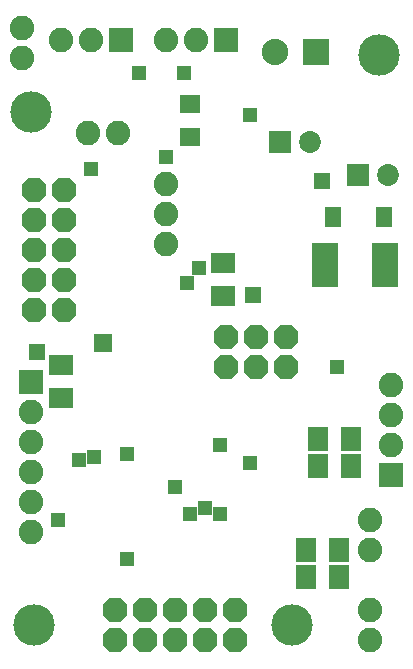
<source format=gbs>
G75*
%MOIN*%
%OFA0B0*%
%FSLAX24Y24*%
%IPPOS*%
%LPD*%
%AMOC8*
5,1,8,0,0,1.08239X$1,22.5*
%
%ADD10R,0.0820X0.0820*%
%ADD11C,0.0820*%
%ADD12R,0.0710X0.0631*%
%ADD13R,0.0789X0.0710*%
%ADD14R,0.0710X0.0789*%
%ADD15C,0.1380*%
%ADD16OC8,0.0820*%
%ADD17R,0.0880X0.0880*%
%ADD18C,0.0880*%
%ADD19R,0.0880X0.1480*%
%ADD20R,0.0580X0.0659*%
%ADD21C,0.0730*%
%ADD22R,0.0730X0.0730*%
%ADD23R,0.0555X0.0555*%
%ADD24R,0.0516X0.0516*%
%ADD25R,0.0476X0.0476*%
%ADD26R,0.0611X0.0611*%
D10*
X001496Y011458D03*
X004496Y022858D03*
X007996Y022858D03*
X013496Y008358D03*
D11*
X013496Y009358D03*
X013496Y010358D03*
X013496Y011358D03*
X012796Y006858D03*
X012796Y005858D03*
X012796Y003858D03*
X012796Y002858D03*
X005996Y016058D03*
X005996Y017058D03*
X005996Y018058D03*
X004396Y019758D03*
X003396Y019758D03*
X003496Y022858D03*
X002496Y022858D03*
X001196Y023258D03*
X001196Y022258D03*
X005996Y022858D03*
X006996Y022858D03*
X001496Y010458D03*
X001496Y009458D03*
X001496Y008458D03*
X001496Y007458D03*
X001496Y006458D03*
D12*
X006796Y019607D03*
X006796Y020709D03*
D13*
X007896Y015409D03*
X007896Y014307D03*
X002496Y012009D03*
X002496Y010907D03*
D14*
X010645Y005858D03*
X010645Y004958D03*
X011747Y004958D03*
X011747Y005858D03*
X012147Y008658D03*
X012147Y009558D03*
X011045Y009558D03*
X011045Y008658D03*
D15*
X001596Y003358D03*
X010196Y003358D03*
X001496Y020458D03*
X013096Y022358D03*
D16*
X009996Y012958D03*
X009996Y011958D03*
X008996Y011958D03*
X008996Y012958D03*
X007996Y012958D03*
X007996Y011958D03*
X008296Y003858D03*
X008296Y002858D03*
X007296Y002858D03*
X007296Y003858D03*
X006296Y003858D03*
X006296Y002858D03*
X005296Y002858D03*
X005296Y003858D03*
X004296Y003858D03*
X004296Y002858D03*
X002596Y013858D03*
X002596Y014858D03*
X002596Y015858D03*
X002596Y016858D03*
X002596Y017858D03*
X001596Y017858D03*
X001596Y016858D03*
X001596Y015858D03*
X001596Y014858D03*
X001596Y013858D03*
D17*
X010996Y022458D03*
D18*
X009618Y022458D03*
D19*
X011296Y015358D03*
X013296Y015358D03*
D20*
X013243Y016958D03*
X011550Y016958D03*
D21*
X010796Y019458D03*
X013396Y018358D03*
D22*
X012396Y018358D03*
X009796Y019458D03*
D23*
X011196Y018158D03*
X008896Y014358D03*
X001696Y012458D03*
D24*
X004696Y009058D03*
X006296Y007958D03*
X007796Y007058D03*
X008796Y008758D03*
X007796Y009358D03*
X004696Y005558D03*
X002396Y006858D03*
X011696Y011958D03*
D25*
X007296Y007258D03*
X006796Y007058D03*
X003596Y008958D03*
X003096Y008858D03*
X006696Y014758D03*
X007096Y015258D03*
X005996Y018958D03*
X006596Y021758D03*
X005096Y021758D03*
X003496Y018558D03*
X008796Y020358D03*
D26*
X003896Y012758D03*
M02*

</source>
